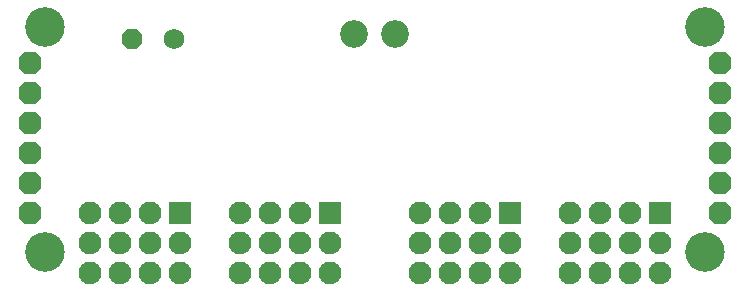
<source format=gbr>
G04 EAGLE Gerber RS-274X export*
G75*
%MOMM*%
%FSLAX34Y34*%
%LPD*%
%INSoldermask Bottom*%
%IPPOS*%
%AMOC8*
5,1,8,0,0,1.08239X$1,22.5*%
G01*
%ADD10C,2.336800*%
%ADD11C,3.352400*%
%ADD12P,1.896997X8X202.500000*%
%ADD13C,1.752600*%
%ADD14P,2.089446X8X202.500000*%
%ADD15R,1.930400X1.930400*%
%ADD16C,1.930400*%


D10*
X-18000Y215900D03*
X17000Y215900D03*
D11*
X-279400Y222250D03*
X-279400Y31750D03*
X279400Y222250D03*
X279400Y31750D03*
D12*
X-205740Y212090D03*
D13*
X-170180Y212090D03*
D14*
X-292100Y64770D03*
X-292100Y90170D03*
X-292100Y115570D03*
X-292100Y140970D03*
X-292100Y166370D03*
X-292100Y191770D03*
X292100Y64770D03*
X292100Y90170D03*
X292100Y115570D03*
X292100Y140970D03*
X292100Y166370D03*
X292100Y191770D03*
D15*
X-38100Y64770D03*
D16*
X-38100Y39370D03*
X-63500Y64770D03*
X-63500Y39370D03*
X-88900Y64770D03*
X-88900Y39370D03*
X-114300Y64770D03*
X-114300Y39370D03*
X-38100Y13970D03*
X-63500Y13970D03*
X-88900Y13970D03*
X-114300Y13970D03*
D15*
X-165100Y64770D03*
D16*
X-165100Y39370D03*
X-190500Y64770D03*
X-190500Y39370D03*
X-215900Y64770D03*
X-215900Y39370D03*
X-241300Y64770D03*
X-241300Y39370D03*
X-165100Y13970D03*
X-190500Y13970D03*
X-215900Y13970D03*
X-241300Y13970D03*
D15*
X241300Y64770D03*
D16*
X241300Y39370D03*
X215900Y64770D03*
X215900Y39370D03*
X190500Y64770D03*
X190500Y39370D03*
X165100Y64770D03*
X165100Y39370D03*
X241300Y13970D03*
X215900Y13970D03*
X190500Y13970D03*
X165100Y13970D03*
D15*
X114300Y64770D03*
D16*
X114300Y39370D03*
X88900Y64770D03*
X88900Y39370D03*
X63500Y64770D03*
X63500Y39370D03*
X38100Y64770D03*
X38100Y39370D03*
X114300Y13970D03*
X88900Y13970D03*
X63500Y13970D03*
X38100Y13970D03*
M02*

</source>
